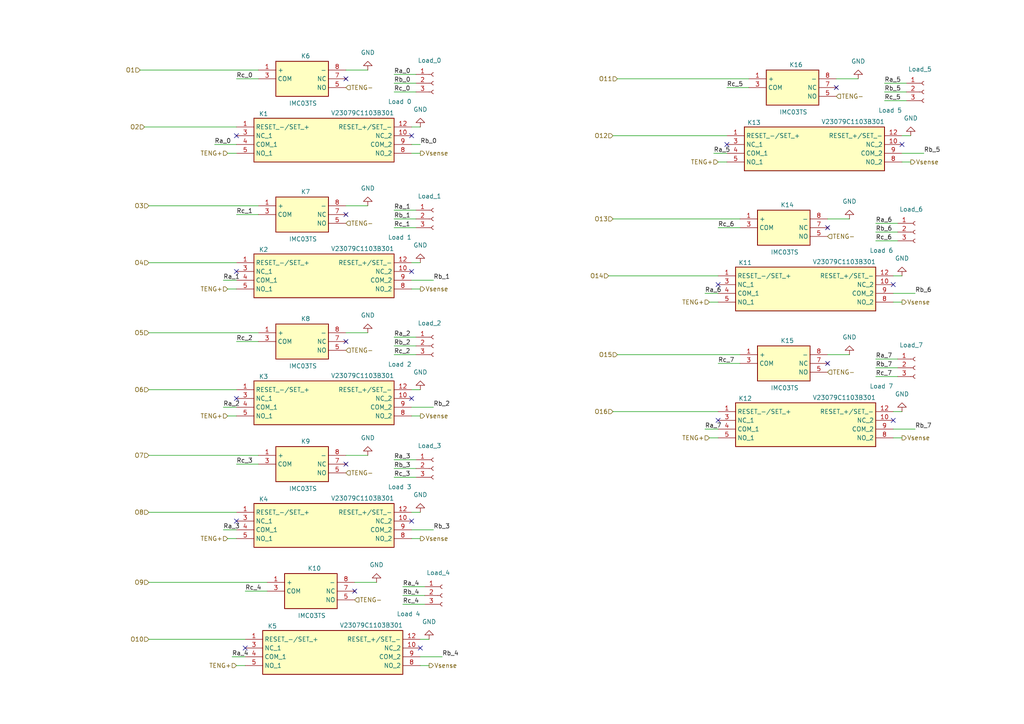
<source format=kicad_sch>
(kicad_sch (version 20231120) (generator "eeschema") (generator_version "8.0")
  (paper "A4")
  (lib_symbols
    (symbol "Connector:Conn_01x03_Socket" (pin_names (offset 1.016) hide)
      (property "Reference" "J" (at 0 5.08 0))
      (property "Value" "Conn_01x03_Socket" (at 0 -5.08 0))
      (symbol "Conn_01x03_Socket_1_1"
        (arc (start 0 -2.032) (mid -0.5058 -2.54) (end 0 -3.048) (stroke (width 0.1524)))
        (polyline (pts (xy -1.27 -2.54) (xy -0.508 -2.54)) (stroke (width 0.1524)))
        (polyline (pts (xy -1.27 0) (xy -0.508 0)) (stroke (width 0.1524)))
        (polyline (pts (xy -1.27 2.54) (xy -0.508 2.54)) (stroke (width 0.1524)))
        (arc (start 0 0.508) (mid -0.5058 0) (end 0 -0.508) (stroke (width 0.1524)))
        (arc (start 0 3.048) (mid -0.5058 2.54) (end 0 2.032) (stroke (width 0.1524)))
        (pin passive line (at -5.08 2.54 0) (length 3.81) (name "Pin_1") (number "1"))
        (pin passive line (at -5.08 0 0) (length 3.81) (name "Pin_2") (number "2"))
        (pin passive line (at -5.08 -2.54 0) (length 3.81) (name "Pin_3") (number "3"))
      )
    )
    (symbol "SamacSys_Parts:IMC03TS"
      (property "Reference" "K" (at 21.59 7.62 0))
      (property "Value" "IMC03TS" (at 21.59 5.08 0))
      (symbol "IMC03TS_1_1"
        (rectangle (start 5.08 2.54) (end 20.32 -7.62) (stroke (width 0.254)) (fill (type background)))
        (pin passive line (at 0 0 0) (length 5.08) (name "+") (number "1"))
        (pin passive line (at 0 -2.54 0) (length 5.08) (name "COM") (number "3"))
        (pin passive line (at 25.4 -5.08 180) (length 5.08) (name "NO") (number "5"))
        (pin no_connect line (at 25.4 -2.54 180) (length 5.08) (name "NC") (number "7"))
        (pin passive line (at 25.4 0 180) (length 5.08) (name "-") (number "8"))
      )
    )
    (symbol "SamacSys_Parts:V23079C1103B301"
      (property "Reference" "K" (at 46.99 7.62 0))
      (property "Value" "V23079C1103B301" (at 46.99 5.08 0))
      (symbol "V23079C1103B301_1_1"
        (rectangle (start 5.08 2.54) (end 45.72 -10.16) (stroke (width 0.254)) (fill (type background)))
        (pin passive line (at 0 0 0) (length 5.08) (name "RESET_-/SET_+") (number "1"))
        (pin passive line (at 50.8 -2.54 180) (length 5.08) (name "NC_2") (number "10"))
        (pin passive line (at 50.8 0 180) (length 5.08) (name "RESET_+/SET_-") (number "12"))
        (pin passive line (at 0 -2.54 0) (length 5.08) (name "NC_1") (number "3"))
        (pin passive line (at 0 -5.08 0) (length 5.08) (name "COM_1") (number "4"))
        (pin passive line (at 0 -7.62 0) (length 5.08) (name "NO_1") (number "5"))
        (pin passive line (at 50.8 -7.62 180) (length 5.08) (name "NO_2") (number "8"))
        (pin passive line (at 50.8 -5.08 180) (length 5.08) (name "COM_2") (number "9"))
      )
    )
    (symbol "power:GND" (power) (pin_numbers hide) (pin_names (offset 0) hide)
      (property "Value" "GND" (at 0 -3.81 0))
      (symbol "GND_0_1"
        (polyline (pts (xy 0 0) (xy 0 -1.27) (xy 1.27 -1.27) (xy 0 -2.54) (xy -1.27 -1.27) (xy 0 -1.27)))
      )
      (symbol "GND_1_1"
        (pin power_in line (at 0 0 270) (length 0) (name "~") (number "1"))
      )
    )
  )
  (no_connect (at 208.28 82.55))
  (no_connect (at 102.87 171.45))
  (no_connect (at 121.92 187.96))
  (no_connect (at 119.38 115.57))
  (no_connect (at 68.58 78.74))
  (no_connect (at 242.57 25.4))
  (no_connect (at 119.38 151.13))
  (no_connect (at 100.33 134.62))
  (no_connect (at 68.58 39.37))
  (no_connect (at 100.33 22.86))
  (no_connect (at 259.08 82.55))
  (no_connect (at 71.12 187.96))
  (no_connect (at 259.08 121.92))
  (no_connect (at 208.28 121.92))
  (no_connect (at 100.33 62.23))
  (no_connect (at 240.03 66.04))
  (no_connect (at 68.58 115.57))
  (no_connect (at 210.82 41.91))
  (no_connect (at 240.03 105.41))
  (no_connect (at 119.38 78.74))
  (no_connect (at 261.62 41.91))
  (no_connect (at 68.58 151.13))
  (no_connect (at 100.33 99.06))
  (no_connect (at 119.38 39.37))
  (wire (pts (xy 66.04 44.45) (xy 68.58 44.45)))
  (wire (pts (xy 106.68 59.69) (xy 100.33 59.69)))
  (wire (pts (xy 208.28 105.41) (xy 214.63 105.41)))
  (wire (pts (xy 246.38 102.87) (xy 240.03 102.87)))
  (wire (pts (xy 121.92 76.2) (xy 119.38 76.2)))
  (wire (pts (xy 119.38 81.28) (xy 125.73 81.28)))
  (wire (pts (xy 254 67.31) (xy 260.35 67.31)))
  (wire (pts (xy 114.3 102.87) (xy 120.65 102.87)))
  (wire (pts (xy 254 106.68) (xy 260.35 106.68)))
  (wire (pts (xy 64.77 118.11) (xy 68.58 118.11)))
  (wire (pts (xy 121.92 156.21) (xy 119.38 156.21)))
  (wire (pts (xy 246.38 63.5) (xy 240.03 63.5)))
  (wire (pts (xy 114.3 135.89) (xy 120.65 135.89)))
  (wire (pts (xy 124.46 193.04) (xy 121.92 193.04)))
  (wire (pts (xy 66.04 120.65) (xy 68.58 120.65)))
  (wire (pts (xy 179.07 22.86) (xy 217.17 22.86)))
  (wire (pts (xy 43.18 148.59) (xy 68.58 148.59)))
  (wire (pts (xy 114.3 97.79) (xy 120.65 97.79)))
  (wire (pts (xy 254 109.22) (xy 260.35 109.22)))
  (wire (pts (xy 119.38 118.11) (xy 125.73 118.11)))
  (wire (pts (xy 208.28 46.99) (xy 210.82 46.99)))
  (wire (pts (xy 248.92 22.86) (xy 242.57 22.86)))
  (wire (pts (xy 114.3 100.33) (xy 120.65 100.33)))
  (wire (pts (xy 43.18 59.69) (xy 74.93 59.69)))
  (wire (pts (xy 204.47 85.09) (xy 208.28 85.09)))
  (wire (pts (xy 177.8 119.38) (xy 208.28 119.38)))
  (wire (pts (xy 114.3 60.96) (xy 120.65 60.96)))
  (wire (pts (xy 121.92 120.65) (xy 119.38 120.65)))
  (wire (pts (xy 116.84 175.26) (xy 123.19 175.26)))
  (wire (pts (xy 261.62 80.01) (xy 259.08 80.01)))
  (wire (pts (xy 119.38 153.67) (xy 125.73 153.67)))
  (wire (pts (xy 114.3 26.67) (xy 120.65 26.67)))
  (wire (pts (xy 114.3 138.43) (xy 120.65 138.43)))
  (wire (pts (xy 68.58 193.04) (xy 71.12 193.04)))
  (wire (pts (xy 106.68 20.32) (xy 100.33 20.32)))
  (wire (pts (xy 121.92 83.82) (xy 119.38 83.82)))
  (wire (pts (xy 40.64 20.32) (xy 74.93 20.32)))
  (wire (pts (xy 43.18 96.52) (xy 74.93 96.52)))
  (wire (pts (xy 121.92 148.59) (xy 119.38 148.59)))
  (wire (pts (xy 207.01 44.45) (xy 210.82 44.45)))
  (wire (pts (xy 205.74 127) (xy 208.28 127)))
  (wire (pts (xy 121.92 190.5) (xy 128.27 190.5)))
  (wire (pts (xy 205.74 87.63) (xy 208.28 87.63)))
  (wire (pts (xy 177.8 63.5) (xy 214.63 63.5)))
  (wire (pts (xy 109.22 168.91) (xy 102.87 168.91)))
  (wire (pts (xy 43.18 168.91) (xy 77.47 168.91)))
  (wire (pts (xy 256.54 29.21) (xy 262.89 29.21)))
  (wire (pts (xy 121.92 41.91) (xy 119.38 41.91)))
  (wire (pts (xy 68.58 99.06) (xy 74.93 99.06)))
  (wire (pts (xy 68.58 134.62) (xy 74.93 134.62)))
  (wire (pts (xy 124.46 185.42) (xy 121.92 185.42)))
  (wire (pts (xy 259.08 85.09) (xy 265.43 85.09)))
  (wire (pts (xy 121.92 44.45) (xy 119.38 44.45)))
  (wire (pts (xy 114.3 63.5) (xy 120.65 63.5)))
  (wire (pts (xy 43.18 132.08) (xy 74.93 132.08)))
  (wire (pts (xy 261.62 44.45) (xy 267.97 44.45)))
  (wire (pts (xy 261.62 119.38) (xy 259.08 119.38)))
  (wire (pts (xy 256.54 24.13) (xy 262.89 24.13)))
  (wire (pts (xy 261.62 127) (xy 259.08 127)))
  (wire (pts (xy 66.04 156.21) (xy 68.58 156.21)))
  (wire (pts (xy 264.16 39.37) (xy 261.62 39.37)))
  (wire (pts (xy 43.18 185.42) (xy 71.12 185.42)))
  (wire (pts (xy 67.31 190.5) (xy 71.12 190.5)))
  (wire (pts (xy 43.18 113.03) (xy 68.58 113.03)))
  (wire (pts (xy 116.84 172.72) (xy 123.19 172.72)))
  (wire (pts (xy 121.92 113.03) (xy 119.38 113.03)))
  (wire (pts (xy 254 104.14) (xy 260.35 104.14)))
  (wire (pts (xy 116.84 170.18) (xy 123.19 170.18)))
  (wire (pts (xy 114.3 24.13) (xy 120.65 24.13)))
  (wire (pts (xy 254 64.77) (xy 260.35 64.77)))
  (wire (pts (xy 68.58 62.23) (xy 74.93 62.23)))
  (wire (pts (xy 66.04 83.82) (xy 68.58 83.82)))
  (wire (pts (xy 121.92 36.83) (xy 119.38 36.83)))
  (wire (pts (xy 254 69.85) (xy 260.35 69.85)))
  (wire (pts (xy 259.08 124.46) (xy 265.43 124.46)))
  (wire (pts (xy 204.47 124.46) (xy 208.28 124.46)))
  (wire (pts (xy 114.3 21.59) (xy 120.65 21.59)))
  (wire (pts (xy 64.77 81.28) (xy 68.58 81.28)))
  (wire (pts (xy 43.18 76.2) (xy 68.58 76.2)))
  (wire (pts (xy 62.23 41.91) (xy 68.58 41.91)))
  (wire (pts (xy 106.68 132.08) (xy 100.33 132.08)))
  (wire (pts (xy 177.8 39.37) (xy 210.82 39.37)))
  (wire (pts (xy 256.54 26.67) (xy 262.89 26.67)))
  (wire (pts (xy 106.68 96.52) (xy 100.33 96.52)))
  (wire (pts (xy 176.53 80.01) (xy 208.28 80.01)))
  (wire (pts (xy 261.62 87.63) (xy 259.08 87.63)))
  (wire (pts (xy 41.91 36.83) (xy 68.58 36.83)))
  (wire (pts (xy 71.12 171.45) (xy 77.47 171.45)))
  (wire (pts (xy 68.58 22.86) (xy 74.93 22.86)))
  (wire (pts (xy 179.07 102.87) (xy 214.63 102.87)))
  (wire (pts (xy 64.77 153.67) (xy 68.58 153.67)))
  (wire (pts (xy 264.16 46.99) (xy 261.62 46.99)))
  (wire (pts (xy 114.3 133.35) (xy 120.65 133.35)))
  (wire (pts (xy 210.82 25.4) (xy 217.17 25.4)))
  (wire (pts (xy 114.3 66.04) (xy 120.65 66.04)))
  (wire (pts (xy 208.28 66.04) (xy 214.63 66.04)))
  (label "Ra_4" (at 67.31 190.5 0))
  (label "Rc_3" (at 114.3 138.43 0))
  (label "Rc_7" (at 208.28 105.41 0))
  (label "Ra_1" (at 64.77 81.28 0))
  (label "Ra_1" (at 114.3 60.96 0))
  (label "Ra_7" (at 204.47 124.46 0))
  (label "Rc_2" (at 68.58 99.06 0))
  (label "Rb_3" (at 114.3 135.89 0))
  (label "Rb_2" (at 125.73 118.11 0))
  (label "Rb_1" (at 125.73 81.28 0))
  (label "Ra_6" (at 254 64.77 0))
  (label "Ra_4" (at 116.84 170.18 0))
  (label "Rc_6" (at 254 69.85 0))
  (label "Rc_3" (at 68.58 134.62 0))
  (label "Ra_2" (at 64.77 118.11 0))
  (label "Rb_7" (at 254 106.68 0))
  (label "Rc_4" (at 71.12 171.45 0))
  (label "Rc_0" (at 114.3 26.67 0))
  (label "Rb_6" (at 254 67.31 0))
  (label "Rc_6" (at 208.28 66.04 0))
  (label "Rc_7" (at 254 109.22 0))
  (label "Ra_6" (at 204.47 85.09 0))
  (label "Ra_2" (at 114.3 97.79 0))
  (label "Rb_0" (at 114.3 24.13 0))
  (label "Ra_5" (at 207.01 44.45 0))
  (label "Ra_3" (at 64.77 153.67 0))
  (label "Rb_1" (at 114.3 63.5 0))
  (label "Rb_4" (at 128.27 190.5 0))
  (label "Rc_1" (at 114.3 66.04 0))
  (label "Rc_4" (at 116.84 175.26 0))
  (label "Rb_5" (at 256.54 26.67 0))
  (label "Ra_0" (at 62.23 41.91 0))
  (label "Ra_3" (at 114.3 133.35 0))
  (label "Rb_0" (at 121.92 41.91 0))
  (label "Rb_4" (at 116.84 172.72 0))
  (label "Rb_2" (at 114.3 100.33 0))
  (label "Rb_7" (at 265.43 124.46 0))
  (label "Ra_5" (at 256.54 24.13 0))
  (label "Rc_2" (at 114.3 102.87 0))
  (label "Rb_3" (at 125.73 153.67 0))
  (label "Rc_5" (at 210.82 25.4 0))
  (label "Rc_5" (at 256.54 29.21 0))
  (label "Ra_7" (at 254 104.14 0))
  (label "Rc_0" (at 68.58 22.86 0))
  (label "Rc_1" (at 68.58 62.23 0))
  (label "Rb_6" (at 265.43 85.09 0))
  (label "Ra_0" (at 114.3 21.59 0))
  (label "Rb_5" (at 267.97 44.45 0))
  (hierarchical_label "O2" (shape input) (at 41.91 36.83 180))
  (hierarchical_label "TENG+" (shape input) (at 66.04 120.65 180))
  (hierarchical_label "O7" (shape input) (at 43.18 132.08 180))
  (hierarchical_label "O12" (shape input) (at 177.8 39.37 180))
  (hierarchical_label "O10" (shape input) (at 43.18 185.42 180))
  (hierarchical_label "TENG+" (shape input) (at 66.04 44.45 180))
  (hierarchical_label "TENG-" (shape input) (at 100.33 137.16 0))
  (hierarchical_label "O4" (shape input) (at 43.18 76.2 180))
  (hierarchical_label "O5" (shape input) (at 43.18 96.52 180))
  (hierarchical_label "O3" (shape input) (at 43.18 59.69 180))
  (hierarchical_label "Vsense" (shape output) (at 264.16 46.99 0))
  (hierarchical_label "Vsense" (shape output) (at 121.92 156.21 0))
  (hierarchical_label "TENG-" (shape input) (at 100.33 64.77 0))
  (hierarchical_label "TENG+" (shape input) (at 66.04 156.21 180))
  (hierarchical_label "TENG-" (shape input) (at 240.03 68.58 0))
  (hierarchical_label "O6" (shape input) (at 43.18 113.03 180))
  (hierarchical_label "O16" (shape input) (at 177.8 119.38 180))
  (hierarchical_label "O9" (shape input) (at 43.18 168.91 180))
  (hierarchical_label "O11" (shape input) (at 179.07 22.86 180))
  (hierarchical_label "TENG-" (shape input) (at 240.03 107.95 0))
  (hierarchical_label "Vsense" (shape output) (at 121.92 44.45 0))
  (hierarchical_label "TENG-" (shape input) (at 100.33 25.4 0))
  (hierarchical_label "Vsense" (shape output) (at 121.92 120.65 0))
  (hierarchical_label "O15" (shape input) (at 179.07 102.87 180))
  (hierarchical_label "TENG-" (shape input) (at 242.57 27.94 0))
  (hierarchical_label "TENG+" (shape input) (at 66.04 83.82 180))
  (hierarchical_label "O14" (shape input) (at 176.53 80.01 180))
  (hierarchical_label "TENG+" (shape input) (at 205.74 127 180))
  (hierarchical_label "O8" (shape input) (at 43.18 148.59 180))
  (hierarchical_label "Vsense" (shape output) (at 261.62 87.63 0))
  (hierarchical_label "Vsense" (shape output) (at 121.92 83.82 0))
  (hierarchical_label "Vsense" (shape output) (at 261.62 127 0))
  (hierarchical_label "TENG+" (shape input) (at 68.58 193.04 180))
  (hierarchical_label "TENG+" (shape input) (at 205.74 87.63 180))
  (hierarchical_label "TENG-" (shape input) (at 100.33 101.6 0))
  (hierarchical_label "O13" (shape input) (at 177.8 63.5 180))
  (hierarchical_label "Vsense" (shape output) (at 124.46 193.04 0))
  (hierarchical_label "TENG+" (shape input) (at 208.28 46.99 180))
  (hierarchical_label "O1" (shape input) (at 40.64 20.32 180))
  (hierarchical_label "TENG-" (shape input) (at 102.87 173.99 0))
  (symbol (lib_id "power:GND") (at 121.92 113.03 0) (mirror x) (unit 1)
    (property "Reference" "#PWR017" (effects (hide yes)))
    (property "Value" "GND" (at 121.92 107.95 0))
    (property "Description" "Power symbol creates a global label with name \"GND\" , ground" (effects (hide yes)))
  )
  (symbol (lib_id "power:GND") (at 106.68 20.32 0) (mirror x) (unit 1)
    (property "Reference" "#PWR04" (effects (hide yes)))
    (property "Value" "GND" (at 106.68 15.24 0))
    (property "Description" "Power symbol creates a global label with name \"GND\" , ground" (effects (hide yes)))
  )
  (symbol (lib_id "SamacSys_Parts:V23079C1103B301") (at 68.58 76.2 0) (unit 1)
    (property "Reference" "K2" (at 76.454 72.39 0))
    (property "Value" "V23079C1103B301" (at 105.156 72.136 0))
    (property "Footprint" "SamacSys_Parts:V23079A1001B301" (effects (hide yes)))
    (property "Datasheet" "https://www.te.com/commerce/DocumentDelivery/DDEController?Action=showdoc&DocId=Specification+Or+Standard%7F108-98002%7FZ5%7Fpdf%7FEnglish%7FENG_SS_108-98002_Z5.pdf%7F4-1393788-8" (effects (hide yes)))
    (property "Description" "Relay,signal,PCB,DPDT,2A,12Vdc,latching" (effects (hide yes)))
    (property "Height" "9" (effects (hide yes)))
    (property "Manufacturer_Name" "TE Connectivity" (effects (hide yes)))
    (property "Manufacturer_Part_Number" "V23079C1103B301" (effects (hide yes)))
    (property "Mouser Part Number" "655-V23079C1103B301" (effects (hide yes)))
    (property "Mouser Price/Stock" "https://www.mouser.co.uk/ProductDetail/TE-Connectivity-PB/V23079C1103B301?qs=CNrsY6Bml5mJjfpRR1yORw%3D%3D" (effects (hide yes)))
    (property "Arrow Part Number" "V23079C1103B301" (effects (hide yes)))
    (property "Arrow Price/Stock" "https://www.arrow.com/en/products/v23079c1103b301/te-connectivity?region=nac" (effects (hide yes)))
  )
  (symbol (lib_id "power:GND") (at 261.62 80.01 0) (mirror x) (unit 1)
    (property "Reference" "#PWR029" (effects (hide yes)))
    (property "Value" "GND" (at 261.62 74.93 0))
    (property "Description" "Power symbol creates a global label with name \"GND\" , ground" (effects (hide yes)))
  )
  (symbol (lib_id "SamacSys_Parts:V23079C1103B301") (at 71.12 185.42 0) (unit 1)
    (property "Reference" "K5" (at 78.994 181.61 0))
    (property "Value" "V23079C1103B301" (at 107.696 181.356 0))
    (property "Footprint" "SamacSys_Parts:V23079A1001B301" (effects (hide yes)))
    (property "Datasheet" "https://www.te.com/commerce/DocumentDelivery/DDEController?Action=showdoc&DocId=Specification+Or+Standard%7F108-98002%7FZ5%7Fpdf%7FEnglish%7FENG_SS_108-98002_Z5.pdf%7F4-1393788-8" (effects (hide yes)))
    (property "Description" "Relay,signal,PCB,DPDT,2A,12Vdc,latching" (effects (hide yes)))
    (property "Height" "9" (effects (hide yes)))
    (property "Manufacturer_Name" "TE Connectivity" (effects (hide yes)))
    (property "Manufacturer_Part_Number" "V23079C1103B301" (effects (hide yes)))
    (property "Mouser Part Number" "655-V23079C1103B301" (effects (hide yes)))
    (property "Mouser Price/Stock" "https://www.mouser.co.uk/ProductDetail/TE-Connectivity-PB/V23079C1103B301?qs=CNrsY6Bml5mJjfpRR1yORw%3D%3D" (effects (hide yes)))
    (property "Arrow Part Number" "V23079C1103B301" (effects (hide yes)))
    (property "Arrow Price/Stock" "https://www.arrow.com/en/products/v23079c1103b301/te-connectivity?region=nac" (effects (hide yes)))
  )
  (symbol (lib_id "SamacSys_Parts:V23079C1103B301") (at 208.28 119.38 0) (unit 1)
    (property "Reference" "K12" (at 216.154 115.57 0))
    (property "Value" "V23079C1103B301" (at 244.856 115.316 0))
    (property "Footprint" "SamacSys_Parts:V23079A1001B301" (effects (hide yes)))
    (property "Datasheet" "https://www.te.com/commerce/DocumentDelivery/DDEController?Action=showdoc&DocId=Specification+Or+Standard%7F108-98002%7FZ5%7Fpdf%7FEnglish%7FENG_SS_108-98002_Z5.pdf%7F4-1393788-8" (effects (hide yes)))
    (property "Description" "Relay,signal,PCB,DPDT,2A,12Vdc,latching" (effects (hide yes)))
    (property "Height" "9" (effects (hide yes)))
    (property "Manufacturer_Name" "TE Connectivity" (effects (hide yes)))
    (property "Manufacturer_Part_Number" "V23079C1103B301" (effects (hide yes)))
    (property "Mouser Part Number" "655-V23079C1103B301" (effects (hide yes)))
    (property "Mouser Price/Stock" "https://www.mouser.co.uk/ProductDetail/TE-Connectivity-PB/V23079C1103B301?qs=CNrsY6Bml5mJjfpRR1yORw%3D%3D" (effects (hide yes)))
    (property "Arrow Part Number" "V23079C1103B301" (effects (hide yes)))
    (property "Arrow Price/Stock" "https://www.arrow.com/en/products/v23079c1103b301/te-connectivity?region=nac" (effects (hide yes)))
  )
  (symbol (lib_id "power:GND") (at 106.68 59.69 0) (mirror x) (unit 1)
    (property "Reference" "#PWR05" (effects (hide yes)))
    (property "Value" "GND" (at 106.68 54.61 0))
    (property "Description" "Power symbol creates a global label with name \"GND\" , ground" (effects (hide yes)))
  )
  (symbol (lib_id "power:GND") (at 264.16 39.37 0) (mirror x) (unit 1)
    (property "Reference" "#PWR033" (effects (hide yes)))
    (property "Value" "GND" (at 264.16 34.29 0))
    (property "Description" "Power symbol creates a global label with name \"GND\" , ground" (effects (hide yes)))
  )
  (symbol (lib_id "power:GND") (at 121.92 148.59 0) (mirror x) (unit 1)
    (property "Reference" "#PWR020" (effects (hide yes)))
    (property "Value" "GND" (at 121.92 143.51 0))
    (property "Description" "Power symbol creates a global label with name \"GND\" , ground" (effects (hide yes)))
  )
  (symbol (lib_id "power:GND") (at 124.46 185.42 0) (mirror x) (unit 1)
    (property "Reference" "#PWR021" (effects (hide yes)))
    (property "Value" "GND" (at 124.46 180.34 0))
    (property "Description" "Power symbol creates a global label with name \"GND\" , ground" (effects (hide yes)))
  )
  (symbol (lib_id "Connector:Conn_01x03_Socket") (at 265.43 67.31 0) (unit 1)
    (property "Reference" "Load_6" (at 260.858 60.706 0) (effects (justify left)))
    (property "Value" "Load 6" (at 252.222 72.644 0) (effects (justify left)))
    (property "Footprint" "Connector_PinHeader_2.54mm:PinHeader_1x03_P2.54mm_Vertical" (effects (hide yes)))
    (property "Description" "Generic connector, single row, 01x03, script generated" (effects (hide yes)))
  )
  (symbol (lib_id "Connector:Conn_01x03_Socket") (at 125.73 100.33 0) (unit 1)
    (property "Reference" "Load_2" (at 121.158 93.726 0) (effects (justify left)))
    (property "Value" "Load 2" (at 112.522 105.664 0) (effects (justify left)))
    (property "Footprint" "Connector_PinHeader_2.54mm:PinHeader_1x03_P2.54mm_Vertical" (effects (hide yes)))
    (property "Description" "Generic connector, single row, 01x03, script generated" (effects (hide yes)))
  )
  (symbol (lib_id "power:GND") (at 246.38 63.5 0) (mirror x) (unit 1)
    (property "Reference" "#PWR024" (effects (hide yes)))
    (property "Value" "GND" (at 246.38 58.42 0))
    (property "Description" "Power symbol creates a global label with name \"GND\" , ground" (effects (hide yes)))
  )
  (symbol (lib_id "SamacSys_Parts:IMC03TS") (at 74.93 20.32 0) (unit 1)
    (property "Reference" "K6" (at 88.646 16.256 0))
    (property "Value" "IMC03TS" (at 87.884 29.972 0))
    (property "Footprint" "SamacSys_Parts:IMC03TS" (effects (hide yes)))
    (property "Datasheet" "https://componentsearchengine.com/Datasheets/1/IMC03TS.pdf" (effects (hide yes)))
    (property "Description" "TE CONNECTIVITY - IMC03TS - RELAY, SIGNAL, SPDT, 30VDC, 2A" (effects (hide yes)))
    (property "Height" "5" (effects (hide yes)))
    (property "Manufacturer_Name" "TE Connectivity" (effects (hide yes)))
    (property "Manufacturer_Part_Number" "IMC03TS" (effects (hide yes)))
    (property "Mouser Part Number" "655-IMC03TS" (effects (hide yes)))
    (property "Mouser Price/Stock" "https://www.mouser.co.uk/ProductDetail/TE-Connectivity/IMC03TS?qs=cjQ5B1jJSzR1ZiTl5Tzf3w%3D%3D" (effects (hide yes)))
    (property "Arrow Part Number" "IMC03TS" (effects (hide yes)))
    (property "Arrow Price/Stock" "https://www.arrow.com/en/products/imc03ts/te-connectivity?region=nac" (effects (hide yes)))
  )
  (symbol (lib_id "SamacSys_Parts:V23079C1103B301") (at 68.58 148.59 0) (unit 1)
    (property "Reference" "K4" (at 76.454 144.78 0))
    (property "Value" "V23079C1103B301" (at 105.156 144.526 0))
    (property "Footprint" "SamacSys_Parts:V23079A1001B301" (effects (hide yes)))
    (property "Datasheet" "https://www.te.com/commerce/DocumentDelivery/DDEController?Action=showdoc&DocId=Specification+Or+Standard%7F108-98002%7FZ5%7Fpdf%7FEnglish%7FENG_SS_108-98002_Z5.pdf%7F4-1393788-8" (effects (hide yes)))
    (property "Description" "Relay,signal,PCB,DPDT,2A,12Vdc,latching" (effects (hide yes)))
    (property "Height" "9" (effects (hide yes)))
    (property "Manufacturer_Name" "TE Connectivity" (effects (hide yes)))
    (property "Manufacturer_Part_Number" "V23079C1103B301" (effects (hide yes)))
    (property "Mouser Part Number" "655-V23079C1103B301" (effects (hide yes)))
    (property "Mouser Price/Stock" "https://www.mouser.co.uk/ProductDetail/TE-Connectivity-PB/V23079C1103B301?qs=CNrsY6Bml5mJjfpRR1yORw%3D%3D" (effects (hide yes)))
    (property "Arrow Part Number" "V23079C1103B301" (effects (hide yes)))
    (property "Arrow Price/Stock" "https://www.arrow.com/en/products/v23079c1103b301/te-connectivity?region=nac" (effects (hide yes)))
  )
  (symbol (lib_id "SamacSys_Parts:IMC03TS") (at 74.93 59.69 0) (unit 1)
    (property "Reference" "K7" (at 88.646 55.626 0))
    (property "Value" "IMC03TS" (at 87.884 69.342 0))
    (property "Footprint" "SamacSys_Parts:IMC03TS" (effects (hide yes)))
    (property "Datasheet" "https://componentsearchengine.com/Datasheets/1/IMC03TS.pdf" (effects (hide yes)))
    (property "Description" "TE CONNECTIVITY - IMC03TS - RELAY, SIGNAL, SPDT, 30VDC, 2A" (effects (hide yes)))
    (property "Height" "5" (effects (hide yes)))
    (property "Manufacturer_Name" "TE Connectivity" (effects (hide yes)))
    (property "Manufacturer_Part_Number" "IMC03TS" (effects (hide yes)))
    (property "Mouser Part Number" "655-IMC03TS" (effects (hide yes)))
    (property "Mouser Price/Stock" "https://www.mouser.co.uk/ProductDetail/TE-Connectivity/IMC03TS?qs=cjQ5B1jJSzR1ZiTl5Tzf3w%3D%3D" (effects (hide yes)))
    (property "Arrow Part Number" "IMC03TS" (effects (hide yes)))
    (property "Arrow Price/Stock" "https://www.arrow.com/en/products/imc03ts/te-connectivity?region=nac" (effects (hide yes)))
  )
  (symbol (lib_id "Connector:Conn_01x03_Socket") (at 128.27 172.72 0) (unit 1)
    (property "Reference" "Load_4" (at 123.698 166.116 0) (effects (justify left)))
    (property "Value" "Load 4" (at 115.062 178.054 0) (effects (justify left)))
    (property "Footprint" "Connector_PinHeader_2.54mm:PinHeader_1x03_P2.54mm_Vertical" (effects (hide yes)))
    (property "Description" "Generic connector, single row, 01x03, script generated" (effects (hide yes)))
  )
  (symbol (lib_id "power:GND") (at 106.68 96.52 0) (mirror x) (unit 1)
    (property "Reference" "#PWR08" (effects (hide yes)))
    (property "Value" "GND" (at 106.68 91.44 0))
    (property "Description" "Power symbol creates a global label with name \"GND\" , ground" (effects (hide yes)))
  )
  (symbol (lib_id "power:GND") (at 109.22 168.91 0) (mirror x) (unit 1)
    (property "Reference" "#PWR012" (effects (hide yes)))
    (property "Value" "GND" (at 109.22 163.83 0))
    (property "Description" "Power symbol creates a global label with name \"GND\" , ground" (effects (hide yes)))
  )
  (symbol (lib_id "SamacSys_Parts:V23079C1103B301") (at 210.82 39.37 0) (unit 1)
    (property "Reference" "K13" (at 218.694 35.56 0))
    (property "Value" "V23079C1103B301" (at 247.396 35.306 0))
    (property "Footprint" "SamacSys_Parts:V23079A1001B301" (effects (hide yes)))
    (property "Datasheet" "https://www.te.com/commerce/DocumentDelivery/DDEController?Action=showdoc&DocId=Specification+Or+Standard%7F108-98002%7FZ5%7Fpdf%7FEnglish%7FENG_SS_108-98002_Z5.pdf%7F4-1393788-8" (effects (hide yes)))
    (property "Description" "Relay,signal,PCB,DPDT,2A,12Vdc,latching" (effects (hide yes)))
    (property "Height" "9" (effects (hide yes)))
    (property "Manufacturer_Name" "TE Connectivity" (effects (hide yes)))
    (property "Manufacturer_Part_Number" "V23079C1103B301" (effects (hide yes)))
    (property "Mouser Part Number" "655-V23079C1103B301" (effects (hide yes)))
    (property "Mouser Price/Stock" "https://www.mouser.co.uk/ProductDetail/TE-Connectivity-PB/V23079C1103B301?qs=CNrsY6Bml5mJjfpRR1yORw%3D%3D" (effects (hide yes)))
    (property "Arrow Part Number" "V23079C1103B301" (effects (hide yes)))
    (property "Arrow Price/Stock" "https://www.arrow.com/en/products/v23079c1103b301/te-connectivity?region=nac" (effects (hide yes)))
  )
  (symbol (lib_id "SamacSys_Parts:IMC03TS") (at 74.93 96.52 0) (unit 1)
    (property "Reference" "K8" (at 88.646 92.456 0))
    (property "Value" "IMC03TS" (at 87.884 106.172 0))
    (property "Footprint" "SamacSys_Parts:IMC03TS" (effects (hide yes)))
    (property "Datasheet" "https://componentsearchengine.com/Datasheets/1/IMC03TS.pdf" (effects (hide yes)))
    (property "Description" "TE CONNECTIVITY - IMC03TS - RELAY, SIGNAL, SPDT, 30VDC, 2A" (effects (hide yes)))
    (property "Height" "5" (effects (hide yes)))
    (property "Manufacturer_Name" "TE Connectivity" (effects (hide yes)))
    (property "Manufacturer_Part_Number" "IMC03TS" (effects (hide yes)))
    (property "Mouser Part Number" "655-IMC03TS" (effects (hide yes)))
    (property "Mouser Price/Stock" "https://www.mouser.co.uk/ProductDetail/TE-Connectivity/IMC03TS?qs=cjQ5B1jJSzR1ZiTl5Tzf3w%3D%3D" (effects (hide yes)))
    (property "Arrow Part Number" "IMC03TS" (effects (hide yes)))
    (property "Arrow Price/Stock" "https://www.arrow.com/en/products/imc03ts/te-connectivity?region=nac" (effects (hide yes)))
  )
  (symbol (lib_id "SamacSys_Parts:V23079C1103B301") (at 208.28 80.01 0) (unit 1)
    (property "Reference" "K11" (at 216.154 76.2 0))
    (property "Value" "V23079C1103B301" (at 244.856 75.946 0))
    (property "Footprint" "SamacSys_Parts:V23079A1001B301" (effects (hide yes)))
    (property "Datasheet" "https://www.te.com/commerce/DocumentDelivery/DDEController?Action=showdoc&DocId=Specification+Or+Standard%7F108-98002%7FZ5%7Fpdf%7FEnglish%7FENG_SS_108-98002_Z5.pdf%7F4-1393788-8" (effects (hide yes)))
    (property "Description" "Relay,signal,PCB,DPDT,2A,12Vdc,latching" (effects (hide yes)))
    (property "Height" "9" (effects (hide yes)))
    (property "Manufacturer_Name" "TE Connectivity" (effects (hide yes)))
    (property "Manufacturer_Part_Number" "V23079C1103B301" (effects (hide yes)))
    (property "Mouser Part Number" "655-V23079C1103B301" (effects (hide yes)))
    (property "Mouser Price/Stock" "https://www.mouser.co.uk/ProductDetail/TE-Connectivity-PB/V23079C1103B301?qs=CNrsY6Bml5mJjfpRR1yORw%3D%3D" (effects (hide yes)))
    (property "Arrow Part Number" "V23079C1103B301" (effects (hide yes)))
    (property "Arrow Price/Stock" "https://www.arrow.com/en/products/v23079c1103b301/te-connectivity?region=nac" (effects (hide yes)))
  )
  (symbol (lib_id "power:GND") (at 248.92 22.86 0) (mirror x) (unit 1)
    (property "Reference" "#PWR028" (effects (hide yes)))
    (property "Value" "GND" (at 248.92 17.78 0))
    (property "Description" "Power symbol creates a global label with name \"GND\" , ground" (effects (hide yes)))
  )
  (symbol (lib_id "power:GND") (at 246.38 102.87 0) (mirror x) (unit 1)
    (property "Reference" "#PWR025" (effects (hide yes)))
    (property "Value" "GND" (at 246.38 97.79 0))
    (property "Description" "Power symbol creates a global label with name \"GND\" , ground" (effects (hide yes)))
  )
  (symbol (lib_id "Connector:Conn_01x03_Socket") (at 265.43 106.68 0) (unit 1)
    (property "Reference" "Load_7" (at 260.858 100.076 0) (effects (justify left)))
    (property "Value" "Load 7" (at 252.222 112.014 0) (effects (justify left)))
    (property "Footprint" "Connector_PinHeader_2.54mm:PinHeader_1x03_P2.54mm_Vertical" (effects (hide yes)))
    (property "Description" "Generic connector, single row, 01x03, script generated" (effects (hide yes)))
  )
  (symbol (lib_id "SamacSys_Parts:V23079C1103B301") (at 68.58 113.03 0) (unit 1)
    (property "Reference" "K3" (at 76.454 109.22 0))
    (property "Value" "V23079C1103B301" (at 105.156 108.966 0))
    (property "Footprint" "SamacSys_Parts:V23079A1001B301" (effects (hide yes)))
    (property "Datasheet" "https://www.te.com/commerce/DocumentDelivery/DDEController?Action=showdoc&DocId=Specification+Or+Standard%7F108-98002%7FZ5%7Fpdf%7FEnglish%7FENG_SS_108-98002_Z5.pdf%7F4-1393788-8" (effects (hide yes)))
    (property "Description" "Relay,signal,PCB,DPDT,2A,12Vdc,latching" (effects (hide yes)))
    (property "Height" "9" (effects (hide yes)))
    (property "Manufacturer_Name" "TE Connectivity" (effects (hide yes)))
    (property "Manufacturer_Part_Number" "V23079C1103B301" (effects (hide yes)))
    (property "Mouser Part Number" "655-V23079C1103B301" (effects (hide yes)))
    (property "Mouser Price/Stock" "https://www.mouser.co.uk/ProductDetail/TE-Connectivity-PB/V23079C1103B301?qs=CNrsY6Bml5mJjfpRR1yORw%3D%3D" (effects (hide yes)))
    (property "Arrow Part Number" "V23079C1103B301" (effects (hide yes)))
    (property "Arrow Price/Stock" "https://www.arrow.com/en/products/v23079c1103b301/te-connectivity?region=nac" (effects (hide yes)))
  )
  (symbol (lib_id "SamacSys_Parts:IMC03TS") (at 74.93 132.08 0) (unit 1)
    (property "Reference" "K9" (at 88.646 128.016 0))
    (property "Value" "IMC03TS" (at 87.884 141.732 0))
    (property "Footprint" "SamacSys_Parts:IMC03TS" (effects (hide yes)))
    (property "Datasheet" "https://componentsearchengine.com/Datasheets/1/IMC03TS.pdf" (effects (hide yes)))
    (property "Description" "TE CONNECTIVITY - IMC03TS - RELAY, SIGNAL, SPDT, 30VDC, 2A" (effects (hide yes)))
    (property "Height" "5" (effects (hide yes)))
    (property "Manufacturer_Name" "TE Connectivity" (effects (hide yes)))
    (property "Manufacturer_Part_Number" "IMC03TS" (effects (hide yes)))
    (property "Mouser Part Number" "655-IMC03TS" (effects (hide yes)))
    (property "Mouser Price/Stock" "https://www.mouser.co.uk/ProductDetail/TE-Connectivity/IMC03TS?qs=cjQ5B1jJSzR1ZiTl5Tzf3w%3D%3D" (effects (hide yes)))
    (property "Arrow Part Number" "IMC03TS" (effects (hide yes)))
    (property "Arrow Price/Stock" "https://www.arrow.com/en/products/imc03ts/te-connectivity?region=nac" (effects (hide yes)))
  )
  (symbol (lib_id "power:GND") (at 106.68 132.08 0) (mirror x) (unit 1)
    (property "Reference" "#PWR09" (effects (hide yes)))
    (property "Value" "GND" (at 106.68 127 0))
    (property "Description" "Power symbol creates a global label with name \"GND\" , ground" (effects (hide yes)))
  )
  (symbol (lib_id "SamacSys_Parts:IMC03TS") (at 217.17 22.86 0) (unit 1)
    (property "Reference" "K16" (at 230.886 18.796 0))
    (property "Value" "IMC03TS" (at 230.124 32.512 0))
    (property "Footprint" "SamacSys_Parts:IMC03TS" (effects (hide yes)))
    (property "Datasheet" "https://componentsearchengine.com/Datasheets/1/IMC03TS.pdf" (effects (hide yes)))
    (property "Description" "TE CONNECTIVITY - IMC03TS - RELAY, SIGNAL, SPDT, 30VDC, 2A" (effects (hide yes)))
    (property "Height" "5" (effects (hide yes)))
    (property "Manufacturer_Name" "TE Connectivity" (effects (hide yes)))
    (property "Manufacturer_Part_Number" "IMC03TS" (effects (hide yes)))
    (property "Mouser Part Number" "655-IMC03TS" (effects (hide yes)))
    (property "Mouser Price/Stock" "https://www.mouser.co.uk/ProductDetail/TE-Connectivity/IMC03TS?qs=cjQ5B1jJSzR1ZiTl5Tzf3w%3D%3D" (effects (hide yes)))
    (property "Arrow Part Number" "IMC03TS" (effects (hide yes)))
    (property "Arrow Price/Stock" "https://www.arrow.com/en/products/imc03ts/te-connectivity?region=nac" (effects (hide yes)))
  )
  (symbol (lib_id "SamacSys_Parts:IMC03TS") (at 77.47 168.91 0) (unit 1)
    (property "Reference" "K10" (at 91.186 164.846 0))
    (property "Value" "IMC03TS" (at 90.424 178.562 0))
    (property "Footprint" "SamacSys_Parts:IMC03TS" (effects (hide yes)))
    (property "Datasheet" "https://componentsearchengine.com/Datasheets/1/IMC03TS.pdf" (effects (hide yes)))
    (property "Description" "TE CONNECTIVITY - IMC03TS - RELAY, SIGNAL, SPDT, 30VDC, 2A" (effects (hide yes)))
    (property "Height" "5" (effects (hide yes)))
    (property "Manufacturer_Name" "TE Connectivity" (effects (hide yes)))
    (property "Manufacturer_Part_Number" "IMC03TS" (effects (hide yes)))
    (property "Mouser Part Number" "655-IMC03TS" (effects (hide yes)))
    (property "Mouser Price/Stock" "https://www.mouser.co.uk/ProductDetail/TE-Connectivity/IMC03TS?qs=cjQ5B1jJSzR1ZiTl5Tzf3w%3D%3D" (effects (hide yes)))
    (property "Arrow Part Number" "IMC03TS" (effects (hide yes)))
    (property "Arrow Price/Stock" "https://www.arrow.com/en/products/imc03ts/te-connectivity?region=nac" (effects (hide yes)))
  )
  (symbol (lib_id "power:GND") (at 121.92 76.2 0) (mirror x) (unit 1)
    (property "Reference" "#PWR016" (effects (hide yes)))
    (property "Value" "GND" (at 121.92 71.12 0))
    (property "Description" "Power symbol creates a global label with name \"GND\" , ground" (effects (hide yes)))
  )
  (symbol (lib_id "Connector:Conn_01x03_Socket") (at 267.97 26.67 0) (unit 1)
    (property "Reference" "Load_5" (at 263.398 20.066 0) (effects (justify left)))
    (property "Value" "Load 5" (at 254.762 32.004 0) (effects (justify left)))
    (property "Footprint" "Connector_PinHeader_2.54mm:PinHeader_1x03_P2.54mm_Vertical" (effects (hide yes)))
    (property "Description" "Generic connector, single row, 01x03, script generated" (effects (hide yes)))
  )
  (symbol (lib_id "SamacSys_Parts:IMC03TS") (at 214.63 63.5 0) (unit 1)
    (property "Reference" "K14" (at 228.346 59.436 0))
    (property "Value" "IMC03TS" (at 227.584 73.152 0))
    (property "Footprint" "SamacSys_Parts:IMC03TS" (effects (hide yes)))
    (property "Datasheet" "https://componentsearchengine.com/Datasheets/1/IMC03TS.pdf" (effects (hide yes)))
    (property "Description" "TE CONNECTIVITY - IMC03TS - RELAY, SIGNAL, SPDT, 30VDC, 2A" (effects (hide yes)))
    (property "Height" "5" (effects (hide yes)))
    (property "Manufacturer_Name" "TE Connectivity" (effects (hide yes)))
    (property "Manufacturer_Part_Number" "IMC03TS" (effects (hide yes)))
    (property "Mouser Part Number" "655-IMC03TS" (effects (hide yes)))
    (property "Mouser Price/Stock" "https://www.mouser.co.uk/ProductDetail/TE-Connectivity/IMC03TS?qs=cjQ5B1jJSzR1ZiTl5Tzf3w%3D%3D" (effects (hide yes)))
    (property "Arrow Part Number" "IMC03TS" (effects (hide yes)))
    (property "Arrow Price/Stock" "https://www.arrow.com/en/products/imc03ts/te-connectivity?region=nac" (effects (hide yes)))
  )
  (symbol (lib_id "SamacSys_Parts:IMC03TS") (at 214.63 102.87 0) (unit 1)
    (property "Reference" "K15" (at 228.346 98.806 0))
    (property "Value" "IMC03TS" (at 227.584 112.522 0))
    (property "Footprint" "SamacSys_Parts:IMC03TS" (effects (hide yes)))
    (property "Datasheet" "https://componentsearchengine.com/Datasheets/1/IMC03TS.pdf" (effects (hide yes)))
    (property "Description" "TE CONNECTIVITY - IMC03TS - RELAY, SIGNAL, SPDT, 30VDC, 2A" (effects (hide yes)))
    (property "Height" "5" (effects (hide yes)))
    (property "Manufacturer_Name" "TE Connectivity" (effects (hide yes)))
    (property "Manufacturer_Part_Number" "IMC03TS" (effects (hide yes)))
    (property "Mouser Part Number" "655-IMC03TS" (effects (hide yes)))
    (property "Mouser Price/Stock" "https://www.mouser.co.uk/ProductDetail/TE-Connectivity/IMC03TS?qs=cjQ5B1jJSzR1ZiTl5Tzf3w%3D%3D" (effects (hide yes)))
    (property "Arrow Part Number" "IMC03TS" (effects (hide yes)))
    (property "Arrow Price/Stock" "https://www.arrow.com/en/products/imc03ts/te-connectivity?region=nac" (effects (hide yes)))
  )
  (symbol (lib_id "Connector:Conn_01x03_Socket") (at 125.73 24.13 0) (unit 1)
    (property "Reference" "Load_0" (at 121.158 17.526 0) (effects (justify left)))
    (property "Value" "Load 0" (at 112.522 29.464 0) (effects (justify left)))
    (property "Footprint" "Connector_PinHeader_2.54mm:PinHeader_1x03_P2.54mm_Vertical" (effects (hide yes)))
    (property "Description" "Generic connector, single row, 01x03, script generated" (effects (hide yes)))
  )
  (symbol (lib_id "SamacSys_Parts:V23079C1103B301") (at 68.58 36.83 0) (unit 1)
    (property "Reference" "K1" (at 76.454 33.02 0))
    (property "Value" "V23079C1103B301" (at 105.156 32.766 0))
    (property "Footprint" "SamacSys_Parts:V23079A1001B301" (effects (hide yes)))
    (property "Datasheet" "https://www.te.com/commerce/DocumentDelivery/DDEController?Action=showdoc&DocId=Specification+Or+Standard%7F108-98002%7FZ5%7Fpdf%7FEnglish%7FENG_SS_108-98002_Z5.pdf%7F4-1393788-8" (effects (hide yes)))
    (property "Description" "Relay,signal,PCB,DPDT,2A,12Vdc,latching" (effects (hide yes)))
    (property "Height" "9" (effects (hide yes)))
    (property "Manufacturer_Name" "TE Connectivity" (effects (hide yes)))
    (property "Manufacturer_Part_Number" "V23079C1103B301" (effects (hide yes)))
    (property "Mouser Part Number" "655-V23079C1103B301" (effects (hide yes)))
    (property "Mouser Price/Stock" "https://www.mouser.co.uk/ProductDetail/TE-Connectivity-PB/V23079C1103B301?qs=CNrsY6Bml5mJjfpRR1yORw%3D%3D" (effects (hide yes)))
    (property "Arrow Part Number" "V23079C1103B301" (effects (hide yes)))
    (property "Arrow Price/Stock" "https://www.arrow.com/en/products/v23079c1103b301/te-connectivity?region=nac" (effects (hide yes)))
  )
  (symbol (lib_id "Connector:Conn_01x03_Socket") (at 125.73 135.89 0) (unit 1)
    (property "Reference" "Load_3" (at 121.158 129.286 0) (effects (justify left)))
    (property "Value" "Load 3" (at 112.522 141.224 0) (effects (justify left)))
    (property "Footprint" "Connector_PinHeader_2.54mm:PinHeader_1x03_P2.54mm_Vertical" (effects (hide yes)))
    (property "Description" "Generic connector, single row, 01x03, script generated" (effects (hide yes)))
  )
  (symbol (lib_id "power:GND") (at 261.62 119.38 0) (mirror x) (unit 1)
    (property "Reference" "#PWR032" (effects (hide yes)))
    (property "Value" "GND" (at 261.62 114.3 0))
    (property "Description" "Power symbol creates a global label with name \"GND\" , ground" (effects (hide yes)))
  )
  (symbol (lib_id "power:GND") (at 121.92 36.83 0) (mirror x) (unit 1)
    (property "Reference" "#PWR013" (effects (hide yes)))
    (property "Value" "GND" (at 121.92 31.75 0))
    (property "Description" "Power symbol creates a global label with name \"GND\" , ground" (effects (hide yes)))
  )
  (symbol (lib_id "Connector:Conn_01x03_Socket") (at 125.73 63.5 0) (unit 1)
    (property "Reference" "Load_1" (at 121.158 56.896 0) (effects (justify left)))
    (property "Value" "Load 1" (at 112.522 68.834 0) (effects (justify left)))
    (property "Footprint" "Connector_PinHeader_2.54mm:PinHeader_1x03_P2.54mm_Vertical" (effects (hide yes)))
    (property "Description" "Generic connector, single row, 01x03, script generated" (effects (hide yes)))
  )
)
</source>
